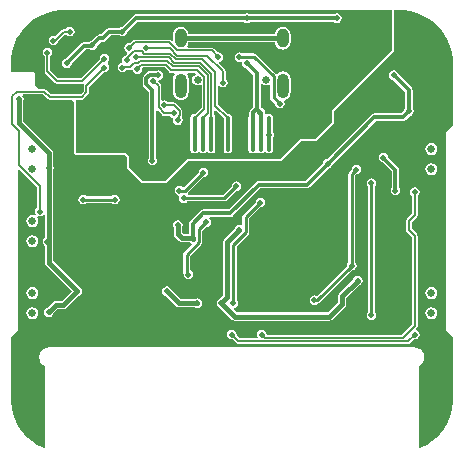
<source format=gbl>
G04*
G04 #@! TF.GenerationSoftware,Altium Limited,Altium Designer,19.1.5 (86)*
G04*
G04 Layer_Physical_Order=2*
G04 Layer_Color=16711680*
%FSLAX25Y25*%
%MOIN*%
G70*
G01*
G75*
%ADD14C,0.01500*%
%ADD15C,0.00600*%
%ADD17C,0.01000*%
%ADD72C,0.01200*%
%ADD74C,0.01300*%
%ADD76O,0.03937X0.06299*%
%ADD77O,0.03937X0.08268*%
%ADD78C,0.02559*%
%ADD79C,0.02362*%
%ADD80C,0.01968*%
G04:AMPARAMS|DCode=81|XSize=15.75mil|YSize=118.11mil|CornerRadius=3.94mil|HoleSize=0mil|Usage=FLASHONLY|Rotation=180.000|XOffset=0mil|YOffset=0mil|HoleType=Round|Shape=RoundedRectangle|*
%AMROUNDEDRECTD81*
21,1,0.01575,0.11024,0,0,180.0*
21,1,0.00787,0.11811,0,0,180.0*
1,1,0.00787,-0.00394,0.05512*
1,1,0.00787,0.00394,0.05512*
1,1,0.00787,0.00394,-0.05512*
1,1,0.00787,-0.00394,-0.05512*
%
%ADD81ROUNDEDRECTD81*%
G36*
X59552Y73282D02*
X61760Y72691D01*
X63872Y71816D01*
X65852Y70673D01*
X67665Y69282D01*
X69282Y67665D01*
X70673Y65852D01*
X71816Y63872D01*
X72691Y61760D01*
X73282Y59552D01*
X73580Y57285D01*
X73580Y56142D01*
X73580Y56142D01*
X73580Y56142D01*
X73580Y35310D01*
X71635Y33365D01*
X71370Y32968D01*
X71276Y32500D01*
Y-32500D01*
X71370Y-32968D01*
X71635Y-33365D01*
X73580Y-35310D01*
Y-56142D01*
X73580Y-56142D01*
X73580Y-56142D01*
X73580Y-57092D01*
X73374Y-58981D01*
X72964Y-60836D01*
X72355Y-62636D01*
X71553Y-64359D01*
X70570Y-65984D01*
X69415Y-67493D01*
X68104Y-68868D01*
X66651Y-70092D01*
X65073Y-71151D01*
X63390Y-72032D01*
X62660Y-72318D01*
X62247Y-72036D01*
X62247Y-44876D01*
X62586Y-44736D01*
X62982Y-44470D01*
X62982Y-44470D01*
X63525Y-43927D01*
X63791Y-43530D01*
X64085Y-42821D01*
X64178Y-42353D01*
Y-41585D01*
X64085Y-41116D01*
X63791Y-40407D01*
X63525Y-40010D01*
X63525Y-40010D01*
X62982Y-39467D01*
X62585Y-39201D01*
X61876Y-38908D01*
X61700Y-38872D01*
X61528Y-38820D01*
X61144Y-38782D01*
X61083Y-38788D01*
X61024Y-38776D01*
X-61024D01*
X-61083Y-38788D01*
X-61144Y-38782D01*
X-61528Y-38820D01*
X-61700Y-38872D01*
X-61876Y-38908D01*
X-62586Y-39201D01*
X-62982Y-39467D01*
X-62982Y-39467D01*
X-63525Y-40010D01*
X-63791Y-40407D01*
X-64085Y-41116D01*
X-64178Y-41585D01*
Y-42353D01*
X-64085Y-42821D01*
X-63791Y-43530D01*
X-63525Y-43927D01*
X-63525Y-43927D01*
X-62982Y-44470D01*
X-62586Y-44736D01*
X-62247Y-44876D01*
Y-72036D01*
X-62660Y-72318D01*
X-63390Y-72032D01*
X-65073Y-71151D01*
X-66651Y-70092D01*
X-68104Y-68868D01*
X-69415Y-67493D01*
X-70570Y-65984D01*
X-71553Y-64359D01*
X-72355Y-62636D01*
X-72964Y-60836D01*
X-73374Y-58981D01*
X-73580Y-57092D01*
X-73580Y-56142D01*
X-73580Y-56142D01*
X-73580Y-56142D01*
Y-35310D01*
X-71635Y-33365D01*
X-71370Y-32968D01*
X-71276Y-32500D01*
Y20258D01*
X-70815Y20449D01*
X-64979Y14613D01*
Y7792D01*
X-65203Y7642D01*
X-65553Y7118D01*
X-65676Y6500D01*
X-65553Y5882D01*
X-65327Y5543D01*
X-65687Y5182D01*
X-65728Y5210D01*
X-66500Y5363D01*
X-67272Y5210D01*
X-67926Y4772D01*
X-68363Y4118D01*
X-68517Y3347D01*
X-68363Y2575D01*
X-67926Y1920D01*
X-67272Y1483D01*
X-66500Y1330D01*
X-65728Y1483D01*
X-65074Y1920D01*
X-64637Y2575D01*
X-64483Y3347D01*
X-64637Y4118D01*
X-64953Y4591D01*
X-64768Y4872D01*
X-64622Y4996D01*
X-64061Y4885D01*
X-63443Y5008D01*
X-62919Y5358D01*
X-62876Y5421D01*
X-62376Y5270D01*
Y-2180D01*
X-62642Y-2358D01*
X-62992Y-2882D01*
X-63115Y-3500D01*
X-62992Y-4118D01*
X-62642Y-4642D01*
X-62376Y-4820D01*
Y-10500D01*
X-62272Y-11027D01*
X-61973Y-11473D01*
X-53447Y-20000D01*
X-56783Y-23337D01*
X-58713D01*
X-59240Y-23441D01*
X-59686Y-23740D01*
X-61414Y-25467D01*
X-61618Y-25508D01*
X-62142Y-25858D01*
X-62492Y-26382D01*
X-62615Y-27000D01*
X-62492Y-27618D01*
X-62142Y-28142D01*
X-61618Y-28492D01*
X-61000Y-28615D01*
X-60382Y-28492D01*
X-59858Y-28142D01*
X-59508Y-27618D01*
X-59467Y-27414D01*
X-58143Y-26090D01*
X-56213D01*
X-55686Y-25985D01*
X-55240Y-25686D01*
X-51086Y-21533D01*
X-50882Y-21492D01*
X-50358Y-21142D01*
X-50008Y-20618D01*
X-49885Y-20000D01*
X-50008Y-19382D01*
X-50358Y-18858D01*
X-50882Y-18508D01*
X-51086Y-18467D01*
X-59624Y-9930D01*
Y20208D01*
X-59508Y20382D01*
X-59385Y21000D01*
X-59508Y21618D01*
X-59624Y21792D01*
Y26000D01*
X-59623Y26000D01*
X-59728Y26527D01*
X-60027Y26973D01*
X-60027Y26973D01*
X-69624Y36570D01*
Y43208D01*
X-69508Y43382D01*
X-69385Y44000D01*
X-69508Y44618D01*
X-69818Y45082D01*
X-69749Y45340D01*
X-69617Y45582D01*
X-62880D01*
X-61410Y44113D01*
X-61113Y43914D01*
X-60761Y43844D01*
X-53544D01*
X-52700Y43000D01*
X-52700Y26000D01*
X-52000Y25300D01*
X-35500Y25300D01*
X-35000Y24800D01*
X-35000Y21000D01*
X-30000Y16000D01*
X-22000Y16000D01*
X-14500Y23500D01*
X-12580D01*
X-12000Y23385D01*
X-11421Y23500D01*
X-9579D01*
X-9000Y23385D01*
X-8421Y23500D01*
X-6579D01*
X-6000Y23385D01*
X-5421Y23500D01*
X-3579D01*
X-3000Y23385D01*
X-2420Y23500D01*
X-580D01*
X0Y23385D01*
X580Y23500D01*
X2420Y23500D01*
X3000Y23385D01*
X3579Y23500D01*
X5421D01*
X6000Y23385D01*
X6579Y23500D01*
X8421D01*
X9000Y23385D01*
X9579Y23500D01*
X11421D01*
X12000Y23385D01*
X12580Y23500D01*
X15112D01*
X15157Y23491D01*
X15203Y23500D01*
X16500D01*
X23000Y30000D01*
X28000Y30000D01*
X34000Y36000D01*
X34000Y40000D01*
X42000Y48000D01*
X46000Y52000D01*
X54000Y60000D01*
Y73580D01*
X56142D01*
X56142Y73580D01*
X56142Y73580D01*
X57285Y73580D01*
X59552Y73282D01*
D02*
G37*
G36*
X-56142Y73580D02*
X-56142Y73580D01*
X-56142Y73580D01*
X53351Y73580D01*
Y60269D01*
X45541Y52459D01*
X45541Y52459D01*
X41541Y48459D01*
X41541Y48459D01*
X33541Y40459D01*
X33351Y40000D01*
X33351Y36269D01*
X27731Y30649D01*
X23000Y30649D01*
X22541Y30459D01*
X16231Y24149D01*
X15203D01*
X15157Y24131D01*
X15112Y24149D01*
X12580D01*
X12518Y24124D01*
X12453Y24137D01*
X12000Y24047D01*
X11547Y24137D01*
X11482Y24124D01*
X11421Y24149D01*
X9579D01*
X9518Y24124D01*
X9453Y24137D01*
X9000Y24047D01*
X8547Y24137D01*
X8482Y24124D01*
X8421Y24149D01*
X6579D01*
X6518Y24124D01*
X6453Y24137D01*
X6000Y24047D01*
X5547Y24137D01*
X5482Y24124D01*
X5421Y24149D01*
X3579D01*
X3518Y24124D01*
X3453Y24137D01*
X3000Y24047D01*
X2547Y24137D01*
X2482Y24124D01*
X2420Y24149D01*
X580Y24149D01*
X518Y24124D01*
X453Y24137D01*
X0Y24047D01*
X-453Y24137D01*
X-518Y24124D01*
X-580Y24149D01*
X-2420D01*
X-2482Y24124D01*
X-2547Y24137D01*
X-3000Y24047D01*
X-3453Y24137D01*
X-3518Y24124D01*
X-3579Y24149D01*
X-5421D01*
X-5482Y24124D01*
X-5547Y24137D01*
X-6000Y24047D01*
X-6453Y24137D01*
X-6518Y24124D01*
X-6579Y24149D01*
X-8421D01*
X-8482Y24124D01*
X-8547Y24137D01*
X-9000Y24047D01*
X-9453Y24137D01*
X-9518Y24124D01*
X-9579Y24149D01*
X-11421D01*
X-11482Y24124D01*
X-11547Y24137D01*
X-12000Y24047D01*
X-12453Y24137D01*
X-12518Y24124D01*
X-12580Y24149D01*
X-14500D01*
X-14959Y23959D01*
X-22269Y16649D01*
X-29731Y16649D01*
X-34351Y21269D01*
X-34350Y24800D01*
X-34541Y25259D01*
X-35041Y25759D01*
X-35500Y25949D01*
X-51731Y25949D01*
X-52000Y26218D01*
Y43844D01*
X-49981D01*
X-49629Y43914D01*
X-49332Y44113D01*
X-47851Y45593D01*
X-47652Y45891D01*
X-47582Y46242D01*
Y48120D01*
X-42765Y52937D01*
X-42500Y52885D01*
X-41882Y53008D01*
X-41358Y53358D01*
X-41008Y53882D01*
X-40885Y54500D01*
X-41008Y55118D01*
X-41358Y55642D01*
X-41443Y55699D01*
Y56301D01*
X-41358Y56358D01*
X-41008Y56882D01*
X-40885Y57500D01*
X-41008Y58118D01*
X-41358Y58642D01*
X-41882Y58992D01*
X-42500Y59115D01*
X-43118Y58992D01*
X-43642Y58642D01*
X-43992Y58118D01*
X-44115Y57500D01*
X-44063Y57235D01*
X-50264Y51033D01*
X-57900D01*
X-60582Y53715D01*
Y58208D01*
X-60358Y58358D01*
X-60008Y58882D01*
X-59885Y59500D01*
X-60008Y60118D01*
X-60358Y60642D01*
X-60882Y60992D01*
X-61500Y61115D01*
X-62118Y60992D01*
X-62642Y60642D01*
X-62992Y60118D01*
X-63115Y59500D01*
X-62992Y58882D01*
X-62642Y58358D01*
X-62418Y58208D01*
Y53335D01*
X-62348Y52984D01*
X-62149Y52686D01*
X-58929Y49467D01*
X-58632Y49268D01*
X-58280Y49198D01*
X-49884D01*
X-49692Y49236D01*
X-49418Y48930D01*
X-49352Y48836D01*
X-49351Y48833D01*
X-49418Y48500D01*
Y46622D01*
X-50361Y45679D01*
X-60381D01*
X-61851Y47149D01*
X-62149Y47348D01*
X-62500Y47418D01*
X-64418D01*
X-65500Y48500D01*
Y52500D01*
X-66000Y53000D01*
X-73580D01*
Y56142D01*
X-73580Y56142D01*
X-73580Y56142D01*
X-73580Y57285D01*
X-73282Y59552D01*
X-72691Y61760D01*
X-71816Y63872D01*
X-70673Y65852D01*
X-69282Y67665D01*
X-67665Y69282D01*
X-65852Y70673D01*
X-63872Y71816D01*
X-61760Y72691D01*
X-59552Y73282D01*
X-57285Y73580D01*
X-56142Y73580D01*
D02*
G37*
%LPC*%
G36*
X66500Y29363D02*
X65728Y29210D01*
X65074Y28773D01*
X64637Y28118D01*
X64483Y27347D01*
X64637Y26575D01*
X65074Y25920D01*
X65728Y25483D01*
X66500Y25330D01*
X67272Y25483D01*
X67926Y25920D01*
X68363Y26575D01*
X68517Y27347D01*
X68363Y28118D01*
X67926Y28773D01*
X67272Y29210D01*
X66500Y29363D01*
D02*
G37*
G36*
X41500Y22115D02*
X40882Y21992D01*
X40358Y21642D01*
X40008Y21118D01*
X39885Y20500D01*
X39890Y20476D01*
X39207Y19793D01*
X38964Y19429D01*
X38878Y19000D01*
X38878Y19000D01*
Y-10344D01*
X38858Y-10358D01*
X38508Y-10882D01*
X38385Y-11500D01*
X38390Y-11524D01*
X28291Y-21623D01*
X28118Y-21508D01*
X27500Y-21385D01*
X26882Y-21508D01*
X26358Y-21858D01*
X26008Y-22382D01*
X25885Y-23000D01*
X26008Y-23618D01*
X26358Y-24142D01*
X26882Y-24492D01*
X27500Y-24615D01*
X28118Y-24492D01*
X28642Y-24142D01*
X28680Y-24086D01*
X28929Y-24036D01*
X29293Y-23793D01*
X39976Y-13111D01*
X40000Y-13115D01*
X40618Y-12992D01*
X41142Y-12642D01*
X41492Y-12118D01*
X41615Y-11500D01*
X41492Y-10882D01*
X41142Y-10358D01*
X41122Y-10344D01*
Y18535D01*
X41476Y18890D01*
X41500Y18885D01*
X42118Y19008D01*
X42642Y19358D01*
X42992Y19882D01*
X43115Y20500D01*
X42992Y21118D01*
X42642Y21642D01*
X42118Y21992D01*
X41500Y22115D01*
D02*
G37*
G36*
X66500Y22670D02*
X65728Y22517D01*
X65074Y22080D01*
X64637Y21425D01*
X64483Y20653D01*
X64637Y19882D01*
X65074Y19228D01*
X65728Y18790D01*
X66500Y18637D01*
X67272Y18790D01*
X67926Y19228D01*
X68363Y19882D01*
X68517Y20653D01*
X68363Y21425D01*
X67926Y22080D01*
X67272Y22517D01*
X66500Y22670D01*
D02*
G37*
G36*
X-9500Y21115D02*
X-10118Y20992D01*
X-10642Y20642D01*
X-10992Y20118D01*
X-11115Y19500D01*
X-11111Y19476D01*
X-15888Y14698D01*
X-16358Y14642D01*
X-16882Y14992D01*
X-17500Y15115D01*
X-18118Y14992D01*
X-18642Y14642D01*
X-18992Y14118D01*
X-19115Y13500D01*
X-18992Y12882D01*
X-18642Y12358D01*
X-18118Y12008D01*
X-17867Y11958D01*
X-17517Y11640D01*
X-17532Y11420D01*
X-17615Y11000D01*
X-17492Y10382D01*
X-17142Y9858D01*
X-16618Y9508D01*
X-16000Y9385D01*
X-15382Y9508D01*
X-14858Y9858D01*
X-14844Y9878D01*
X-2500D01*
X-2500Y9878D01*
X-2071Y9964D01*
X-1707Y10207D01*
X1476Y13389D01*
X1500Y13385D01*
X2118Y13508D01*
X2642Y13858D01*
X2992Y14382D01*
X3115Y15000D01*
X2992Y15618D01*
X2642Y16142D01*
X2118Y16492D01*
X1500Y16615D01*
X882Y16492D01*
X358Y16142D01*
X8Y15618D01*
X-115Y15000D01*
X-111Y14976D01*
X-2965Y12122D01*
X-14477D01*
X-14772Y12585D01*
X-14755Y12675D01*
X-14707Y12707D01*
X-9524Y17889D01*
X-9500Y17885D01*
X-8882Y18008D01*
X-8358Y18358D01*
X-8008Y18882D01*
X-7885Y19500D01*
X-8008Y20118D01*
X-8358Y20642D01*
X-8882Y20992D01*
X-9500Y21115D01*
D02*
G37*
G36*
X50500Y26115D02*
X49882Y25992D01*
X49358Y25642D01*
X49008Y25118D01*
X48885Y24500D01*
X49008Y23882D01*
X49358Y23358D01*
X49882Y23008D01*
X50356Y22913D01*
X53308Y19962D01*
Y14536D01*
X53039Y14134D01*
X52916Y13516D01*
X53039Y12898D01*
X53389Y12374D01*
X53913Y12023D01*
X54531Y11900D01*
X55150Y12023D01*
X55673Y12374D01*
X56024Y12898D01*
X56147Y13516D01*
X56024Y14134D01*
X55755Y14536D01*
Y20469D01*
X55662Y20937D01*
X55396Y21334D01*
X52087Y24644D01*
X51992Y25118D01*
X51642Y25642D01*
X51118Y25992D01*
X50500Y26115D01*
D02*
G37*
G36*
X-49516Y12131D02*
X-50134Y12008D01*
X-50658Y11658D01*
X-51008Y11134D01*
X-51131Y10516D01*
X-51008Y9898D01*
X-50658Y9374D01*
X-50134Y9023D01*
X-49516Y8901D01*
X-48898Y9023D01*
X-48374Y9374D01*
X-48360Y9394D01*
X-40167D01*
X-40142Y9358D01*
X-39618Y9008D01*
X-39000Y8885D01*
X-38382Y9008D01*
X-37858Y9358D01*
X-37508Y9882D01*
X-37385Y10500D01*
X-37508Y11118D01*
X-37858Y11642D01*
X-38382Y11992D01*
X-39000Y12115D01*
X-39618Y11992D01*
X-40142Y11642D01*
X-40145Y11637D01*
X-48360D01*
X-48374Y11658D01*
X-48898Y12008D01*
X-49516Y12131D01*
D02*
G37*
G36*
X9500Y11115D02*
X8882Y10992D01*
X8358Y10642D01*
X8008Y10118D01*
X7885Y9500D01*
X7890Y9476D01*
X3791Y5377D01*
X3548Y5014D01*
X3463Y4584D01*
X3463Y4584D01*
Y2318D01*
X2963Y2023D01*
X2500Y2115D01*
X1882Y1992D01*
X1358Y1642D01*
X1008Y1118D01*
X967Y914D01*
X-2473Y-2527D01*
X-2772Y-2973D01*
X-2877Y-3500D01*
Y-21430D01*
X-3914Y-22467D01*
X-4118Y-22508D01*
X-4642Y-22858D01*
X-4992Y-23382D01*
X-5115Y-24000D01*
X-4992Y-24618D01*
X-4642Y-25142D01*
X-4118Y-25492D01*
X-3914Y-25533D01*
X27Y-29473D01*
X473Y-29772D01*
X1000Y-29876D01*
X32500D01*
X33027Y-29772D01*
X33473Y-29473D01*
X37679Y-25268D01*
X37977Y-24822D01*
X38082Y-24295D01*
Y-22365D01*
X42414Y-18033D01*
X42618Y-17992D01*
X43142Y-17642D01*
X43492Y-17118D01*
X43615Y-16500D01*
X43492Y-15882D01*
X43142Y-15358D01*
X42618Y-15008D01*
X42000Y-14885D01*
X41382Y-15008D01*
X40858Y-15358D01*
X40508Y-15882D01*
X40467Y-16086D01*
X35732Y-20821D01*
X35434Y-21268D01*
X35329Y-21795D01*
Y-23725D01*
X31930Y-27124D01*
X1570D01*
X541Y-26094D01*
X724Y-25571D01*
X1118Y-25492D01*
X1642Y-25142D01*
X1992Y-24618D01*
X2115Y-24000D01*
X1992Y-23382D01*
X1642Y-22858D01*
X1622Y-22844D01*
Y-4965D01*
X5377Y-1209D01*
X5377Y-1209D01*
X5620Y-845D01*
X5706Y-416D01*
Y4120D01*
X9476Y7890D01*
X9500Y7885D01*
X10118Y8008D01*
X10642Y8358D01*
X10992Y8882D01*
X11115Y9500D01*
X10992Y10118D01*
X10642Y10642D01*
X10118Y10992D01*
X9500Y11115D01*
D02*
G37*
G36*
X54000Y53615D02*
X53382Y53492D01*
X52858Y53142D01*
X52508Y52618D01*
X52385Y52000D01*
X52508Y51382D01*
X52858Y50858D01*
X53382Y50508D01*
X53766Y50431D01*
X57726Y46472D01*
Y40944D01*
X57508Y40618D01*
X57431Y40234D01*
X56472Y39274D01*
X47500D01*
X47012Y39178D01*
X46599Y38901D01*
X31766Y24069D01*
X31382Y23992D01*
X30858Y23642D01*
X30508Y23118D01*
X30431Y22734D01*
X24472Y16774D01*
X9000D01*
X8512Y16678D01*
X8099Y16401D01*
X-1028Y7275D01*
X-9500D01*
X-9988Y7177D01*
X-10401Y6901D01*
X-13901Y3401D01*
X-14177Y2988D01*
X-14275Y2500D01*
Y-1034D01*
X-16019D01*
X-16624Y-430D01*
Y1208D01*
X-16508Y1382D01*
X-16385Y2000D01*
X-16508Y2618D01*
X-16858Y3142D01*
X-17382Y3492D01*
X-18000Y3615D01*
X-18618Y3492D01*
X-19142Y3142D01*
X-19492Y2618D01*
X-19615Y2000D01*
X-19492Y1382D01*
X-19376Y1208D01*
Y-1000D01*
X-19272Y-1527D01*
X-18973Y-1973D01*
X-17563Y-3384D01*
X-17563Y-3384D01*
X-17116Y-3682D01*
X-16590Y-3787D01*
X-13926D01*
X-13618Y-3992D01*
X-13532Y-4009D01*
X-13367Y-4552D01*
X-15877Y-7062D01*
X-16120Y-7426D01*
X-16206Y-7855D01*
X-16206Y-7855D01*
Y-13654D01*
X-16206Y-13654D01*
X-16120Y-14083D01*
X-16052Y-14185D01*
X-16115Y-14500D01*
X-15992Y-15118D01*
X-15642Y-15642D01*
X-15118Y-15992D01*
X-14500Y-16115D01*
X-13882Y-15992D01*
X-13358Y-15642D01*
X-13008Y-15118D01*
X-12885Y-14500D01*
X-13008Y-13882D01*
X-13358Y-13358D01*
X-13882Y-13008D01*
X-13963Y-12992D01*
Y-8319D01*
X-10123Y-4479D01*
X-9880Y-4115D01*
X-9794Y-3686D01*
X-9794Y-3686D01*
Y120D01*
X-8524Y1390D01*
X-8500Y1385D01*
X-7882Y1508D01*
X-7358Y1858D01*
X-7008Y2382D01*
X-6885Y3000D01*
X-7008Y3618D01*
X-7358Y4142D01*
X-7482Y4225D01*
X-7331Y4725D01*
X-500D01*
X-12Y4823D01*
X401Y5099D01*
X9528Y14225D01*
X25000D01*
X25488Y14322D01*
X25901Y14599D01*
X32234Y20931D01*
X32618Y21008D01*
X33142Y21358D01*
X33492Y21882D01*
X33569Y22266D01*
X48028Y36726D01*
X57000D01*
X57488Y36823D01*
X57901Y37099D01*
X59234Y38431D01*
X59618Y38508D01*
X60142Y38858D01*
X60492Y39382D01*
X60615Y40000D01*
X60492Y40618D01*
X60274Y40944D01*
Y47000D01*
X60177Y47488D01*
X59901Y47901D01*
X55569Y52234D01*
X55492Y52618D01*
X55142Y53142D01*
X54618Y53492D01*
X54000Y53615D01*
D02*
G37*
G36*
X-66500Y-1330D02*
X-67272Y-1483D01*
X-67926Y-1920D01*
X-68363Y-2575D01*
X-68517Y-3347D01*
X-68363Y-4118D01*
X-67926Y-4772D01*
X-67272Y-5210D01*
X-66500Y-5363D01*
X-65728Y-5210D01*
X-65074Y-4772D01*
X-64637Y-4118D01*
X-64483Y-3347D01*
X-64637Y-2575D01*
X-65074Y-1920D01*
X-65728Y-1483D01*
X-66500Y-1330D01*
D02*
G37*
G36*
X66500Y-18637D02*
X65728Y-18790D01*
X65074Y-19228D01*
X64637Y-19882D01*
X64483Y-20653D01*
X64637Y-21425D01*
X65074Y-22080D01*
X65728Y-22517D01*
X66500Y-22670D01*
X67272Y-22517D01*
X67926Y-22080D01*
X68363Y-21425D01*
X68517Y-20653D01*
X68363Y-19882D01*
X67926Y-19228D01*
X67272Y-18790D01*
X66500Y-18637D01*
D02*
G37*
G36*
X-66500D02*
X-67272Y-18790D01*
X-67926Y-19228D01*
X-68363Y-19882D01*
X-68517Y-20653D01*
X-68363Y-21425D01*
X-67926Y-22080D01*
X-67272Y-22517D01*
X-66500Y-22670D01*
X-65728Y-22517D01*
X-65074Y-22080D01*
X-64637Y-21425D01*
X-64483Y-20653D01*
X-64637Y-19882D01*
X-65074Y-19228D01*
X-65728Y-18790D01*
X-66500Y-18637D01*
D02*
G37*
G36*
X-21627Y-18385D02*
X-22245Y-18508D01*
X-22769Y-18858D01*
X-23119Y-19382D01*
X-23242Y-20000D01*
X-23119Y-20618D01*
X-22769Y-21142D01*
X-22245Y-21492D01*
X-22040Y-21533D01*
X-18600Y-24973D01*
X-18600Y-24973D01*
X-18154Y-25272D01*
X-17627Y-25376D01*
X-12292D01*
X-12118Y-25492D01*
X-11500Y-25615D01*
X-10882Y-25492D01*
X-10358Y-25142D01*
X-10008Y-24618D01*
X-9885Y-24000D01*
X-10008Y-23382D01*
X-10358Y-22858D01*
X-10882Y-22508D01*
X-11500Y-22385D01*
X-12118Y-22508D01*
X-12292Y-22624D01*
X-17057D01*
X-20094Y-19586D01*
X-20134Y-19382D01*
X-20485Y-18858D01*
X-21009Y-18508D01*
X-21627Y-18385D01*
D02*
G37*
G36*
X66500Y-25330D02*
X65728Y-25483D01*
X65074Y-25920D01*
X64637Y-26575D01*
X64483Y-27347D01*
X64637Y-28118D01*
X65074Y-28773D01*
X65728Y-29210D01*
X66500Y-29363D01*
X67272Y-29210D01*
X67926Y-28773D01*
X68363Y-28118D01*
X68517Y-27347D01*
X68363Y-26575D01*
X67926Y-25920D01*
X67272Y-25483D01*
X66500Y-25330D01*
D02*
G37*
G36*
X-66500D02*
X-67272Y-25483D01*
X-67926Y-25920D01*
X-68363Y-26575D01*
X-68517Y-27347D01*
X-68363Y-28118D01*
X-67926Y-28773D01*
X-67272Y-29210D01*
X-66500Y-29363D01*
X-65728Y-29210D01*
X-65074Y-28773D01*
X-64637Y-28118D01*
X-64483Y-27347D01*
X-64637Y-26575D01*
X-65074Y-25920D01*
X-65728Y-25483D01*
X-66500Y-25330D01*
D02*
G37*
G36*
X46500Y17615D02*
X45882Y17492D01*
X45358Y17142D01*
X45008Y16618D01*
X44885Y16000D01*
X45008Y15382D01*
X45358Y14858D01*
X45378Y14844D01*
Y-26825D01*
X45358Y-26838D01*
X45008Y-27362D01*
X44885Y-27981D01*
X45008Y-28599D01*
X45358Y-29123D01*
X45882Y-29473D01*
X46500Y-29596D01*
X47118Y-29473D01*
X47642Y-29123D01*
X47992Y-28599D01*
X48115Y-27981D01*
X47992Y-27362D01*
X47642Y-26838D01*
X47622Y-26825D01*
Y14844D01*
X47642Y14858D01*
X47992Y15382D01*
X48115Y16000D01*
X47992Y16618D01*
X47642Y17142D01*
X47118Y17492D01*
X46500Y17615D01*
D02*
G37*
G36*
X61000Y14615D02*
X60382Y14492D01*
X59858Y14142D01*
X59508Y13618D01*
X59385Y13000D01*
X59508Y12382D01*
X59858Y11858D01*
X60082Y11708D01*
Y5880D01*
X58351Y4149D01*
X58152Y3851D01*
X58082Y3500D01*
Y500D01*
X58152Y149D01*
X58351Y-149D01*
X60082Y-1880D01*
Y-31120D01*
X56620Y-34582D01*
X11683D01*
X11615Y-34500D01*
X11492Y-33882D01*
X11142Y-33358D01*
X10618Y-33008D01*
X10000Y-32885D01*
X9382Y-33008D01*
X8858Y-33358D01*
X8508Y-33882D01*
X8385Y-34500D01*
X8508Y-35118D01*
X8617Y-35282D01*
X8350Y-35782D01*
X2580D01*
X1563Y-34765D01*
X1615Y-34500D01*
X1492Y-33882D01*
X1142Y-33358D01*
X618Y-33008D01*
X0Y-32885D01*
X-618Y-33008D01*
X-1142Y-33358D01*
X-1492Y-33882D01*
X-1615Y-34500D01*
X-1492Y-35118D01*
X-1142Y-35642D01*
X-618Y-35992D01*
X0Y-36115D01*
X265Y-36063D01*
X1551Y-37349D01*
X1849Y-37548D01*
X2200Y-37618D01*
X58800D01*
X59151Y-37548D01*
X59449Y-37349D01*
X60735Y-36063D01*
X61000Y-36115D01*
X61618Y-35992D01*
X62142Y-35642D01*
X62492Y-35118D01*
X62615Y-34500D01*
X62492Y-33882D01*
X62142Y-33358D01*
X61618Y-33008D01*
X61517Y-32988D01*
X61353Y-32445D01*
X61649Y-32149D01*
X61848Y-31851D01*
X61918Y-31500D01*
Y-1500D01*
X61848Y-1149D01*
X61649Y-851D01*
X59918Y880D01*
Y3120D01*
X61649Y4851D01*
X61848Y5149D01*
X61918Y5500D01*
Y11708D01*
X62142Y11858D01*
X62492Y12382D01*
X62615Y13000D01*
X62492Y13618D01*
X62142Y14142D01*
X61618Y14492D01*
X61000Y14615D01*
D02*
G37*
G36*
X35000Y72615D02*
X34382Y72492D01*
X33979Y72224D01*
X6021D01*
X5618Y72492D01*
X5000Y72615D01*
X4382Y72492D01*
X3980Y72224D01*
X-32000D01*
X-32468Y72130D01*
X-32865Y71865D01*
X-36644Y68087D01*
X-37118Y67992D01*
X-37521Y67724D01*
X-40911D01*
X-41379Y67630D01*
X-41776Y67365D01*
X-43594Y65547D01*
X-44177D01*
X-44645Y65454D01*
X-45042Y65189D01*
X-46644Y63587D01*
X-47118Y63492D01*
X-47642Y63142D01*
X-47686Y63077D01*
X-49147D01*
X-49615Y62983D01*
X-50012Y62718D01*
X-55144Y57587D01*
X-55618Y57492D01*
X-56142Y57142D01*
X-56492Y56618D01*
X-56615Y56000D01*
X-56492Y55382D01*
X-56142Y54858D01*
X-55618Y54508D01*
X-55000Y54385D01*
X-54382Y54508D01*
X-53858Y54858D01*
X-53508Y55382D01*
X-53413Y55856D01*
X-48640Y60629D01*
X-47300D01*
X-47118Y60508D01*
X-46500Y60385D01*
X-45882Y60508D01*
X-45358Y60858D01*
X-45008Y61382D01*
X-44913Y61856D01*
X-43670Y63100D01*
X-43088D01*
X-42619Y63193D01*
X-42222Y63458D01*
X-40404Y65276D01*
X-37521D01*
X-37118Y65008D01*
X-36500Y64885D01*
X-35882Y65008D01*
X-35358Y65358D01*
X-35008Y65882D01*
X-34913Y66356D01*
X-31493Y69776D01*
X3980D01*
X4382Y69508D01*
X5000Y69385D01*
X5618Y69508D01*
X6021Y69776D01*
X33979D01*
X34382Y69508D01*
X35000Y69385D01*
X35618Y69508D01*
X36142Y69858D01*
X36492Y70382D01*
X36615Y71000D01*
X36492Y71618D01*
X36142Y72142D01*
X35618Y72492D01*
X35000Y72615D01*
D02*
G37*
G36*
X17028Y68036D02*
X16357Y67947D01*
X15732Y67689D01*
X15196Y67277D01*
X14784Y66740D01*
X14525Y66115D01*
X14463Y65640D01*
X-14463D01*
X-14525Y66115D01*
X-14784Y66740D01*
X-15196Y67277D01*
X-15732Y67689D01*
X-16357Y67947D01*
X-17028Y68036D01*
X-17698Y67947D01*
X-18323Y67689D01*
X-18859Y67277D01*
X-19271Y66740D01*
X-19530Y66115D01*
X-19618Y65445D01*
Y63621D01*
X-20118Y63414D01*
X-20237Y63533D01*
X-20535Y63732D01*
X-20886Y63802D01*
X-32445D01*
X-32796Y63732D01*
X-33094Y63533D01*
X-33963Y62664D01*
X-34228Y62717D01*
X-34846Y62594D01*
X-35370Y62243D01*
X-35720Y61720D01*
X-35843Y61101D01*
X-35720Y60483D01*
X-35370Y59959D01*
X-34975Y59695D01*
X-34828Y59134D01*
X-35387Y58575D01*
X-35416Y58533D01*
X-35618Y58492D01*
X-36142Y58142D01*
X-36492Y57618D01*
X-36615Y57000D01*
X-36532Y56580D01*
X-36517Y56360D01*
X-36867Y56042D01*
X-37118Y55992D01*
X-37642Y55642D01*
X-37992Y55118D01*
X-38115Y54500D01*
X-37992Y53882D01*
X-37642Y53358D01*
X-37118Y53008D01*
X-36500Y52885D01*
X-35882Y53008D01*
X-35358Y53358D01*
X-35141Y53682D01*
X-34065D01*
X-33714Y53752D01*
X-33592Y53834D01*
X-33118Y53689D01*
X-33040Y53620D01*
X-32992Y53382D01*
X-32642Y52858D01*
X-32118Y52508D01*
X-31500Y52385D01*
X-30882Y52508D01*
X-30358Y52858D01*
X-30008Y53382D01*
X-29885Y54000D01*
X-29914Y54147D01*
X-29540Y54582D01*
X-22367D01*
X-20836Y53051D01*
X-20538Y52852D01*
X-20187Y52782D01*
X-19283D01*
X-19036Y52282D01*
X-19271Y51976D01*
X-19530Y51352D01*
X-19618Y50681D01*
Y46350D01*
X-19530Y45680D01*
X-19271Y45055D01*
X-18859Y44519D01*
X-18323Y44107D01*
X-17698Y43848D01*
X-17028Y43760D01*
X-16357Y43848D01*
X-15732Y44107D01*
X-15196Y44519D01*
X-14784Y45055D01*
X-14525Y45680D01*
X-14437Y46350D01*
Y50681D01*
X-14525Y51352D01*
X-14784Y51976D01*
X-15019Y52282D01*
X-14772Y52782D01*
X-12236D01*
X-12216Y52740D01*
X-12111Y52255D01*
X-12733Y51839D01*
X-13148Y51218D01*
X-13294Y50484D01*
X-13148Y49751D01*
X-12733Y49129D01*
X-12111Y48714D01*
X-11378Y48568D01*
X-10645Y48714D01*
X-10557Y48772D01*
X-10116Y48537D01*
Y41219D01*
X-12290Y39045D01*
X-12793D01*
X-13181Y38967D01*
X-13509Y38748D01*
X-13729Y38419D01*
X-13806Y38032D01*
Y27008D01*
X-13729Y26620D01*
X-13509Y26291D01*
X-13181Y26072D01*
X-12793Y25995D01*
X-12005D01*
X-11618Y26072D01*
X-11289Y26291D01*
X-10753D01*
X-10425Y26072D01*
X-10037Y25995D01*
X-9250D01*
X-8862Y26072D01*
X-8533Y26291D01*
X-7997D01*
X-7669Y26072D01*
X-7281Y25995D01*
X-6494D01*
X-6106Y26072D01*
X-5777Y26291D01*
X-5557Y26620D01*
X-5480Y27008D01*
Y38032D01*
X-5557Y38419D01*
X-5777Y38748D01*
X-5881Y38817D01*
Y40192D01*
X-5419Y40383D01*
X-2782Y37747D01*
Y27008D01*
X-2705Y26620D01*
X-2486Y26291D01*
X-2157Y26072D01*
X-1769Y25995D01*
X-982D01*
X-594Y26072D01*
X-265Y26291D01*
X-46Y26620D01*
X31Y27008D01*
Y38032D01*
X-46Y38419D01*
X-265Y38748D01*
X-594Y38967D01*
X-982Y39045D01*
X-1485D01*
X-4681Y42241D01*
Y48275D01*
X-4181Y48426D01*
X-4135Y48358D01*
X-3611Y48008D01*
X-2993Y47885D01*
X-2375Y48008D01*
X-1851Y48358D01*
X-1500Y48882D01*
X-1378Y49500D01*
X-1500Y50118D01*
X-1851Y50642D01*
X-2075Y50792D01*
Y53281D01*
X-2145Y53632D01*
X-2344Y53930D01*
X-4324Y55910D01*
X-4159Y56453D01*
X-3882Y56508D01*
X-3358Y56858D01*
X-3008Y57382D01*
X-2885Y58000D01*
X-3008Y58618D01*
X-3358Y59142D01*
X-3882Y59492D01*
X-4500Y59615D01*
X-4765Y59563D01*
X-6065Y60863D01*
X-6363Y61062D01*
X-6714Y61132D01*
X-14657D01*
X-14903Y61632D01*
X-14784Y61787D01*
X-14525Y62412D01*
X-14463Y62887D01*
X14463D01*
X14525Y62412D01*
X14784Y61787D01*
X15196Y61251D01*
X15732Y60839D01*
X16357Y60580D01*
X17028Y60492D01*
X17698Y60580D01*
X18323Y60839D01*
X18859Y61251D01*
X19271Y61787D01*
X19530Y62412D01*
X19618Y63083D01*
Y65445D01*
X19530Y66115D01*
X19271Y66740D01*
X18859Y67277D01*
X18323Y67689D01*
X17698Y67947D01*
X17028Y68036D01*
D02*
G37*
G36*
X-54000Y68115D02*
X-54618Y67992D01*
X-55142Y67642D01*
X-55292Y67418D01*
X-55946D01*
X-56297Y67348D01*
X-56595Y67149D01*
X-58804Y64940D01*
X-58882Y64992D01*
X-59500Y65115D01*
X-60118Y64992D01*
X-60642Y64642D01*
X-60992Y64118D01*
X-61115Y63500D01*
X-60992Y62882D01*
X-60642Y62358D01*
X-60118Y62008D01*
X-59500Y61885D01*
X-58882Y62008D01*
X-58358Y62358D01*
X-58008Y62882D01*
X-57943Y63205D01*
X-55730Y65418D01*
X-55153Y65374D01*
X-55142Y65358D01*
X-54618Y65008D01*
X-54000Y64885D01*
X-53382Y65008D01*
X-52858Y65358D01*
X-52508Y65882D01*
X-52385Y66500D01*
X-52508Y67118D01*
X-52858Y67642D01*
X-53382Y67992D01*
X-54000Y68115D01*
D02*
G37*
G36*
X2500Y59615D02*
X1882Y59492D01*
X1358Y59142D01*
X1008Y58618D01*
X885Y58000D01*
X1008Y57382D01*
X1358Y56858D01*
X1882Y56508D01*
X2500Y56385D01*
X2970Y56478D01*
X3317Y56222D01*
X3404Y56097D01*
X3385Y56000D01*
X3508Y55382D01*
X3858Y54858D01*
X4382Y54508D01*
X4856Y54413D01*
X7130Y52139D01*
Y41361D01*
X6196Y40426D01*
X5930Y40029D01*
X5837Y39561D01*
Y38785D01*
X5782Y38748D01*
X5562Y38419D01*
X5485Y38032D01*
Y27008D01*
X5562Y26620D01*
X5782Y26291D01*
X6111Y26072D01*
X6498Y25995D01*
X7286D01*
X7674Y26072D01*
X8002Y26291D01*
X8538D01*
X8867Y26072D01*
X9254Y25995D01*
X10042D01*
X10430Y26072D01*
X10758Y26291D01*
X11294D01*
X11623Y26072D01*
X12010Y25995D01*
X12798D01*
X13185Y26072D01*
X13514Y26291D01*
X13734Y26620D01*
X13811Y27008D01*
Y31273D01*
X13896Y31402D01*
X14019Y32020D01*
X13896Y32638D01*
X13811Y32766D01*
Y38032D01*
X13734Y38419D01*
X13514Y38748D01*
X13185Y38967D01*
X12798Y39045D01*
X12010D01*
X11623Y38967D01*
X11503Y38888D01*
X11053Y39189D01*
X11115Y39500D01*
X10992Y40118D01*
X10642Y40642D01*
X10118Y40992D01*
X9903Y41035D01*
X9578Y41361D01*
Y48896D01*
X9834Y49030D01*
X10078Y49093D01*
X10645Y48714D01*
X11378Y48568D01*
X12111Y48714D01*
X12286Y48830D01*
X12786Y48563D01*
Y44593D01*
X12786Y44593D01*
X12871Y44164D01*
X13114Y43800D01*
X14390Y42524D01*
X14385Y42500D01*
X14508Y41882D01*
X14858Y41358D01*
X15382Y41008D01*
X16000Y40885D01*
X16618Y41008D01*
X17142Y41358D01*
X17492Y41882D01*
X17615Y42500D01*
X17492Y43118D01*
X17370Y43301D01*
X17614Y43837D01*
X17698Y43848D01*
X18323Y44107D01*
X18859Y44519D01*
X19271Y45055D01*
X19530Y45680D01*
X19618Y46350D01*
Y50681D01*
X19530Y51352D01*
X19271Y51976D01*
X18859Y52513D01*
X18323Y52925D01*
X17698Y53184D01*
X17028Y53272D01*
X16357Y53184D01*
X15732Y52925D01*
X15210Y52524D01*
X15132Y52475D01*
X14569Y52517D01*
X8209Y58877D01*
X7845Y59120D01*
X7416Y59206D01*
X7416Y59206D01*
X3547D01*
X3118Y59492D01*
X2500Y59615D01*
D02*
G37*
G36*
X-24500Y53615D02*
X-25118Y53492D01*
X-25228Y53419D01*
X-27305D01*
X-27773Y53326D01*
X-28170Y53061D01*
X-29365Y51865D01*
X-29630Y51468D01*
X-29724Y51000D01*
Y49000D01*
X-29630Y48532D01*
X-29365Y48135D01*
X-27724Y46493D01*
Y24521D01*
X-27992Y24118D01*
X-28115Y23500D01*
X-27992Y22882D01*
X-27642Y22358D01*
X-27118Y22008D01*
X-26500Y21885D01*
X-25882Y22008D01*
X-25358Y22358D01*
X-25008Y22882D01*
X-24885Y23500D01*
X-25008Y24118D01*
X-25276Y24521D01*
Y40107D01*
X-24777Y40314D01*
X-23149Y38686D01*
X-22851Y38487D01*
X-22500Y38418D01*
X-20628D01*
X-20478Y38193D01*
X-19953Y37843D01*
X-19552Y37763D01*
X-19492Y37618D01*
X-19615Y37000D01*
X-19492Y36382D01*
X-19142Y35858D01*
X-18618Y35508D01*
X-18000Y35385D01*
X-17382Y35508D01*
X-16858Y35858D01*
X-16508Y36382D01*
X-16385Y37000D01*
X-16508Y37618D01*
X-16751Y37982D01*
X-16603Y38204D01*
X-16533Y38555D01*
Y40116D01*
X-16603Y40467D01*
X-16802Y40765D01*
X-18686Y42649D01*
X-18984Y42848D01*
X-19335Y42918D01*
X-21208D01*
X-21358Y43142D01*
X-21882Y43492D01*
X-22500Y43615D01*
X-22967Y43523D01*
X-23467Y43815D01*
Y48252D01*
X-23537Y48603D01*
X-23735Y48901D01*
X-24581Y49746D01*
X-24528Y50011D01*
X-24108Y50463D01*
X-23882Y50508D01*
X-23358Y50858D01*
X-23008Y51382D01*
X-22885Y52000D01*
X-23008Y52618D01*
X-23358Y53142D01*
X-23882Y53492D01*
X-24500Y53615D01*
D02*
G37*
%LPD*%
D14*
X-61000Y-10500D02*
Y21000D01*
Y26000D01*
X-71000Y36000D02*
X-61000Y26000D01*
X-71000Y36000D02*
Y44000D01*
X-17028Y64264D02*
X17028D01*
X-58713Y-24713D02*
X-56213D01*
X-51500Y-20000D01*
X-61000Y-27000D02*
X-58713Y-24713D01*
X-1500Y-3500D02*
X2500Y500D01*
X-1500Y-22000D02*
Y-3500D01*
X-3500Y-24000D02*
X-1500Y-22000D01*
X1000Y-28500D02*
X32500D01*
X-3500Y-24000D02*
X1000Y-28500D01*
X-16590Y-2410D02*
X-13090D01*
X-18000Y-1000D02*
X-16590Y-2410D01*
X-18000Y-1000D02*
Y2000D01*
X-17627Y-24000D02*
X-11500D01*
X32500Y-28500D02*
X36705Y-24295D01*
X-13090Y-2410D02*
X-13000Y-2500D01*
X-61000Y-10500D02*
X-51500Y-20000D01*
X-21627D02*
X-17627Y-24000D01*
X36705Y-24295D02*
Y-21795D01*
X42000Y-16500D01*
D15*
X-49884Y50116D02*
X-42500Y57500D01*
X-22500Y42000D02*
X-19335D01*
X-17451Y40116D01*
Y38555D02*
Y40116D01*
X-17738Y38268D02*
X-17451Y38555D01*
X-17738Y37262D02*
Y38268D01*
X-18000Y37000D02*
X-17738Y37262D01*
X-22500Y39335D02*
X-19335D01*
X-24384Y41219D02*
X-22500Y39335D01*
X-24384Y41219D02*
Y48252D01*
X-26143Y50011D02*
X-24384Y48252D01*
X61000Y-31500D02*
Y-1500D01*
X59000Y500D02*
X61000Y-1500D01*
X59000Y500D02*
Y3500D01*
X61000Y5500D02*
Y13000D01*
X59000Y3500D02*
X61000Y5500D01*
X57000Y-35500D02*
X61000Y-31500D01*
X-32445Y62884D02*
X-20886D01*
X-31916Y57916D02*
X-21008D01*
X-32000Y58000D02*
X-31916Y57916D01*
X-21008D02*
X-19193Y56100D01*
X-30049Y59884D02*
X-29280Y59116D01*
X-20511D01*
X-18696Y57300D01*
X-32781Y59884D02*
X-30049D01*
X-34228Y61101D02*
X-32445Y62884D01*
X-35000Y57000D02*
X-34738Y57262D01*
Y57927D01*
X-32781Y59884D01*
X-59500Y63500D02*
X-58946D01*
X-55946Y66500D01*
X-58280Y50116D02*
X-49884D01*
X-61500Y53335D02*
X-58280Y50116D01*
X-61500Y53335D02*
Y59500D01*
X-48500Y48500D02*
X-42500Y54500D01*
X-48500Y46242D02*
Y48500D01*
X-49981Y44761D02*
X-48500Y46242D01*
X-60761Y44761D02*
X-49981D01*
X-62500Y46500D02*
X-60761Y44761D01*
X-71750Y46500D02*
X-62500D01*
X-31500Y54138D02*
X-30138Y55500D01*
X-31500Y54000D02*
Y54138D01*
X-36400Y54600D02*
X-34065D01*
X-36500Y54500D02*
X-36400Y54600D01*
X-20886Y62884D02*
X-18216Y60214D01*
X-6714D01*
X-4500Y58000D01*
X-34065Y54600D02*
X-32781Y55884D01*
X-31451D01*
X-30635Y56700D01*
X-21490D01*
X-19690Y54900D01*
X-30138Y55500D02*
X-21987D01*
X-20699Y61000D02*
X-18199Y58500D01*
X-27500Y61000D02*
X-20699D01*
X-21987Y55500D02*
X-20187Y53700D01*
X-18199Y58500D02*
X-8212D01*
X-18696Y57300D02*
X-10020D01*
X-19193Y56100D02*
X-10517D01*
X-19690Y54900D02*
X-11014D01*
X-20187Y53700D02*
X-11511D01*
X-8212Y58500D02*
X-2993Y53281D01*
X-10020Y57300D02*
X-5598Y52878D01*
X-10517Y56100D02*
X-6798Y52381D01*
X-11014Y54900D02*
X-7998Y51884D01*
X-11511Y53700D02*
X-9198Y51387D01*
Y40838D02*
Y51387D01*
X-6798Y32609D02*
Y52381D01*
X-2993Y49500D02*
Y53281D01*
X-7998Y39283D02*
Y51884D01*
X-5598Y41861D02*
Y52878D01*
X-55946Y66500D02*
X-54000D01*
X-5598Y41861D02*
X-1375Y37638D01*
Y32520D02*
Y37638D01*
X-9643D02*
X-7998Y39283D01*
X-9643Y32520D02*
Y37638D01*
X-12399D02*
X-9198Y40838D01*
X-6887Y32520D02*
X-6798Y32609D01*
X-12399Y32520D02*
Y37638D01*
X-73303Y44947D02*
X-71750Y46500D01*
X-73303Y35803D02*
Y44947D01*
X-71000Y21932D02*
Y33500D01*
X-73303Y35803D02*
X-71000Y33500D01*
Y21932D02*
X-64061Y14993D01*
Y6500D02*
Y14993D01*
X11000Y-35500D02*
X57000D01*
X58800Y-36700D02*
X61000Y-34500D01*
X2200Y-36700D02*
X58800D01*
X0Y-34500D02*
X2200Y-36700D01*
X10000Y-34500D02*
X11000Y-35500D01*
D17*
X-39016Y10516D02*
X-39000Y10500D01*
X2584Y58084D02*
X7416D01*
X2500Y58000D02*
X2584Y58084D01*
X7416D02*
X13907Y51593D01*
Y44593D02*
Y51593D01*
Y44593D02*
X16000Y42500D01*
X-15500Y13500D02*
X-9500Y19500D01*
X-17500Y13500D02*
X-15500D01*
X-49516Y10516D02*
X-39016D01*
X46500Y-27981D02*
Y16000D01*
X500Y-4500D02*
X4584Y-416D01*
X500Y-24000D02*
Y-4500D01*
X4584Y-416D02*
Y4584D01*
X9500Y9500D01*
X27500Y-23000D02*
X28500D01*
X40000Y-11500D01*
X-14500Y-14500D02*
Y-14238D01*
X-15084Y-13654D02*
X-14500Y-14238D01*
X-15084Y-13654D02*
Y-7855D01*
X-10916Y-3686D01*
Y584D01*
X-8500Y3000D01*
X-16000Y11000D02*
X-2500D01*
X1500Y15000D01*
X40000Y19000D02*
X41500Y20500D01*
X40000Y-11500D02*
Y19000D01*
D72*
X-46647Y61853D02*
X-46500Y62000D01*
X-44177Y64324D01*
X-43088D02*
X-40911Y66500D01*
X-44177Y64324D02*
X-43088D01*
X-32000Y71000D02*
X5000D01*
X-36500Y66500D02*
X-32000Y71000D01*
X-40911Y66500D02*
X-36500D01*
X-26500Y23500D02*
Y47000D01*
X-28500Y49000D02*
X-26500Y47000D01*
X-28500Y49000D02*
Y51000D01*
X-27305Y52195D01*
X-24543D01*
X-49147Y61853D02*
X-46647D01*
X-55000Y56000D02*
X-49147Y61853D01*
X5000Y56000D02*
X8354Y52646D01*
Y40854D02*
Y52646D01*
X7061Y39561D02*
X8354Y40854D01*
X9500Y39708D01*
X7061Y32688D02*
Y39561D01*
X6892Y32520D02*
X7061Y32688D01*
X5000Y71000D02*
X35000D01*
X9500Y39500D02*
Y39708D01*
Y39500D02*
X9574Y39426D01*
Y32594D02*
Y39426D01*
Y32594D02*
X9648Y32520D01*
X54531Y13516D02*
Y20469D01*
X50500Y24500D02*
X54531Y20469D01*
D74*
X32000Y22500D02*
X47500Y38000D01*
X57000D01*
X59000Y40000D01*
X54000Y52000D02*
X59000Y47000D01*
Y40000D02*
Y47000D01*
X25000Y15500D02*
X32000Y22500D01*
X-500Y6000D02*
X9000Y15500D01*
X-9500Y6000D02*
X-500D01*
X9000Y15500D02*
X25000D01*
X-13000Y-2500D02*
Y2500D01*
X-9500Y6000D01*
D76*
X-17028Y64264D02*
D03*
X17028D02*
D03*
D77*
Y48516D02*
D03*
X-17028D02*
D03*
D78*
X-11378Y50484D02*
D03*
X11378D02*
D03*
X-66500Y20653D02*
D03*
Y27347D02*
D03*
Y-27347D02*
D03*
Y-20653D02*
D03*
Y-3347D02*
D03*
Y3347D02*
D03*
X66500Y-20653D02*
D03*
Y-27347D02*
D03*
Y27347D02*
D03*
Y20653D02*
D03*
D79*
X-41000Y37000D02*
D03*
Y46843D02*
D03*
Y27158D02*
D03*
X-50842D02*
D03*
Y37000D02*
D03*
Y46843D02*
D03*
X-31157D02*
D03*
Y27158D02*
D03*
Y37000D02*
D03*
D80*
X-42500Y57500D02*
D03*
X-46500Y62000D02*
D03*
X-5000Y20000D02*
D03*
X-39000Y10500D02*
D03*
X-4130Y37087D02*
D03*
X-19335Y39335D02*
D03*
X-15154Y35500D02*
D03*
X-18000Y37000D02*
D03*
X57500Y32000D02*
D03*
X55500Y26000D02*
D03*
X-70000Y0D02*
D03*
Y-24000D02*
D03*
X-64000Y34000D02*
D03*
X-70000Y-41000D02*
D03*
X-66000Y-46000D02*
D03*
X66000D02*
D03*
X70000Y-41000D02*
D03*
Y-24000D02*
D03*
Y24000D02*
D03*
X68000Y-9000D02*
D03*
Y8000D02*
D03*
X53000Y-6500D02*
D03*
X54000Y-13500D02*
D03*
X57500Y-20000D02*
D03*
X19500Y-32500D02*
D03*
X30500D02*
D03*
X40000Y-27500D02*
D03*
Y-32500D02*
D03*
X64000Y-24500D02*
D03*
X50500Y-32500D02*
D03*
X61000Y2000D02*
D03*
X-28500Y61000D02*
D03*
X-20835Y45665D02*
D03*
X-71500Y55000D02*
D03*
X-21000Y19500D02*
D03*
X13500Y67000D02*
D03*
X17500Y39000D02*
D03*
X0Y55500D02*
D03*
X14000Y58000D02*
D03*
X-6000Y68000D02*
D03*
X0D02*
D03*
X-12000D02*
D03*
X-59500Y63500D02*
D03*
X-36500Y71000D02*
D03*
X-43500Y67500D02*
D03*
X-42500Y54500D02*
D03*
X-34228Y61101D02*
D03*
X-26143Y50011D02*
D03*
X-31500Y54000D02*
D03*
X-36500Y54500D02*
D03*
X-48000Y57500D02*
D03*
X-32000Y58000D02*
D03*
X-36500Y66500D02*
D03*
X-4500Y58000D02*
D03*
X2500D02*
D03*
X16000Y42500D02*
D03*
X-66000Y12000D02*
D03*
X-10000Y-36000D02*
D03*
Y-27500D02*
D03*
X-16700Y-21100D02*
D03*
X-20500Y-25000D02*
D03*
X-40000D02*
D03*
X-50000D02*
D03*
X5000Y71000D02*
D03*
Y56000D02*
D03*
X-54000Y66500D02*
D03*
X-24500Y52000D02*
D03*
X-22500Y42000D02*
D03*
X35000Y71000D02*
D03*
X-57500Y52000D02*
D03*
X-61500Y59500D02*
D03*
X-59500Y70500D02*
D03*
X-55000Y56000D02*
D03*
X-2993Y49500D02*
D03*
X12404Y32020D02*
D03*
X9500Y39500D02*
D03*
X60000Y71500D02*
D03*
Y69000D02*
D03*
X48000Y69500D02*
D03*
Y72000D02*
D03*
X54000Y52000D02*
D03*
X-71000Y44000D02*
D03*
X59000Y40000D02*
D03*
X-9500Y19500D02*
D03*
X-64061Y6500D02*
D03*
X-49516Y10516D02*
D03*
X-53500Y10500D02*
D03*
X-61500Y-3500D02*
D03*
X46500Y-27981D02*
D03*
X61000Y-34500D02*
D03*
X10000D02*
D03*
X0D02*
D03*
X500Y-24000D02*
D03*
X-3500D02*
D03*
X6000Y9000D02*
D03*
X9500Y9500D02*
D03*
X11500Y-24500D02*
D03*
X-11500Y-24000D02*
D03*
X27500Y-23000D02*
D03*
X-14500Y-14500D02*
D03*
X-8500Y3000D02*
D03*
X-23000Y1000D02*
D03*
X-13000Y-2500D02*
D03*
X-18000Y2000D02*
D03*
X-17500Y13500D02*
D03*
X-16000Y11000D02*
D03*
X-13000Y-11000D02*
D03*
X-51500Y-20000D02*
D03*
X2500Y500D02*
D03*
X-33000Y2000D02*
D03*
X61000Y13000D02*
D03*
X46000Y40500D02*
D03*
X38000Y40000D02*
D03*
X54000Y40500D02*
D03*
X69000Y56500D02*
D03*
Y41000D02*
D03*
X50500Y24500D02*
D03*
X-41000Y-10000D02*
D03*
X-33000D02*
D03*
X-41000Y2000D02*
D03*
Y-4000D02*
D03*
X-33000D02*
D03*
X-51500Y-13500D02*
D03*
X-21627Y-20000D02*
D03*
X42000Y-16500D02*
D03*
X9500Y-3500D02*
D03*
X49500Y5500D02*
D03*
X28000Y22500D02*
D03*
X-26500Y23500D02*
D03*
X1500Y15000D02*
D03*
X30000Y-26000D02*
D03*
X18500Y-17000D02*
D03*
X17500Y18000D02*
D03*
X42500Y16500D02*
D03*
X41500Y20500D02*
D03*
X40000Y-11500D02*
D03*
X32000Y22500D02*
D03*
X30000Y-4000D02*
D03*
Y4000D02*
D03*
X36000D02*
D03*
Y-4000D02*
D03*
X24000D02*
D03*
Y4000D02*
D03*
X46500Y16000D02*
D03*
X-15155Y26500D02*
D03*
X54531Y13516D02*
D03*
X42000Y-20500D02*
D03*
X9000Y25000D02*
D03*
X6000D02*
D03*
X3000D02*
D03*
X12000D02*
D03*
X15157Y25106D02*
D03*
X18000Y28000D02*
D03*
X0Y25000D02*
D03*
X-3000D02*
D03*
X-6000D02*
D03*
X-9000D02*
D03*
X-12000D02*
D03*
X-60000Y47000D02*
D03*
X-35000Y57000D02*
D03*
X-61000Y-27000D02*
D03*
Y21000D02*
D03*
X-67500Y44000D02*
D03*
D81*
X-12399Y32520D02*
D03*
X15160D02*
D03*
X6892D02*
D03*
X-1376D02*
D03*
X-9643D02*
D03*
X9648D02*
D03*
X12404D02*
D03*
X1380D02*
D03*
X4136D02*
D03*
X-4131D02*
D03*
X-6887D02*
D03*
X-15155D02*
D03*
M02*

</source>
